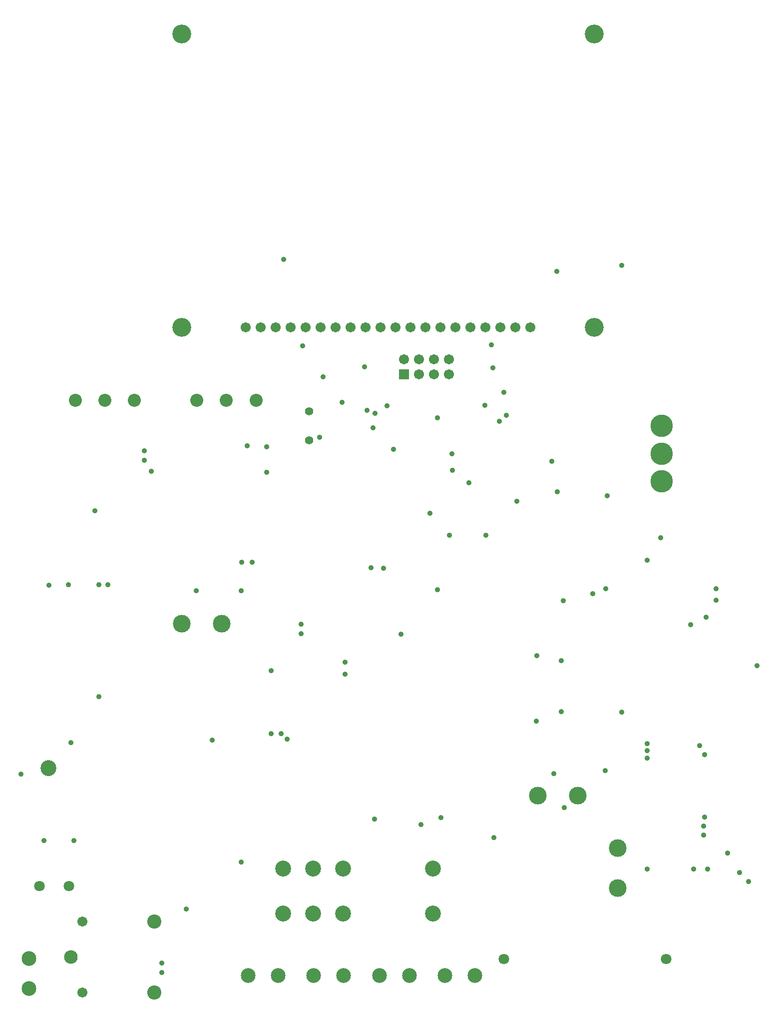
<source format=gbs>
G04 Layer_Color=16711935*
%FSLAX43Y43*%
%MOMM*%
G71*
G01*
G75*
%ADD109C,2.503*%
%ADD110C,2.703*%
%ADD111C,1.703*%
%ADD112R,1.703X1.703*%
%ADD113C,1.403*%
%ADD114C,3.003*%
%ADD115C,2.403*%
%ADD116C,2.303*%
%ADD117C,1.803*%
%ADD118C,3.203*%
%ADD119C,2.203*%
%ADD120C,3.803*%
%ADD121C,0.903*%
D109*
X30200Y72200D02*
D03*
Y77280D02*
D03*
X72500Y74400D02*
D03*
X67420D02*
D03*
X83600D02*
D03*
X78520D02*
D03*
X94700D02*
D03*
X89620D02*
D03*
X105800D02*
D03*
X100720D02*
D03*
D110*
X33500Y109500D02*
D03*
X98740Y84900D02*
D03*
Y92500D02*
D03*
X83500Y84900D02*
D03*
Y92500D02*
D03*
X78420Y84900D02*
D03*
Y92500D02*
D03*
X73340Y84900D02*
D03*
Y92500D02*
D03*
D111*
X101420Y178740D02*
D03*
Y176200D02*
D03*
X98880Y178740D02*
D03*
Y176200D02*
D03*
X96340Y178740D02*
D03*
Y176200D02*
D03*
X93800Y178740D02*
D03*
X39300Y83500D02*
D03*
Y71500D02*
D03*
X66970Y184200D02*
D03*
X69510D02*
D03*
X72050D02*
D03*
X74590D02*
D03*
X77130D02*
D03*
X79670D02*
D03*
X82210D02*
D03*
X84750D02*
D03*
X87290D02*
D03*
X89830D02*
D03*
X94910D02*
D03*
X97450D02*
D03*
X99990D02*
D03*
X102530D02*
D03*
X105070D02*
D03*
X107610D02*
D03*
X110150D02*
D03*
X112690D02*
D03*
X115230D02*
D03*
X92370D02*
D03*
D112*
X93800Y176200D02*
D03*
D113*
X77700Y169940D02*
D03*
Y165060D02*
D03*
D114*
X130000Y96000D02*
D03*
Y89200D02*
D03*
X62900Y134000D02*
D03*
X56100D02*
D03*
X123300Y104900D02*
D03*
X116500D02*
D03*
D115*
X51500Y71500D02*
D03*
Y83500D02*
D03*
D116*
X37300Y77500D02*
D03*
D117*
X110750Y77200D02*
D03*
X138250D02*
D03*
X37000Y89500D02*
D03*
X32000D02*
D03*
D118*
X126100Y184200D02*
D03*
X56100D02*
D03*
Y233900D02*
D03*
X126100D02*
D03*
D119*
X48100Y171800D02*
D03*
X43100D02*
D03*
X38100D02*
D03*
X68700D02*
D03*
X63700D02*
D03*
X58700D02*
D03*
D120*
X137500Y158100D02*
D03*
Y162800D02*
D03*
Y167500D02*
D03*
D121*
X130683Y118999D02*
D03*
X73406Y195732D02*
D03*
X88544Y167183D02*
D03*
X88189Y143434D02*
D03*
X99441Y139751D02*
D03*
X99466Y168834D02*
D03*
X148700Y95100D02*
D03*
X118900Y161496D02*
D03*
X70485Y159639D02*
D03*
X127889Y109093D02*
D03*
X66243Y93624D02*
D03*
X52730Y76505D02*
D03*
X52705Y74930D02*
D03*
X102000Y160000D02*
D03*
X108600Y181200D02*
D03*
X76600Y181100D02*
D03*
X108900Y177300D02*
D03*
X104800Y157900D02*
D03*
X119800Y156300D02*
D03*
X49800Y161700D02*
D03*
Y163300D02*
D03*
X67200Y164100D02*
D03*
X70500Y164000D02*
D03*
X37800Y97200D02*
D03*
X71300Y115400D02*
D03*
Y126000D02*
D03*
X116200Y117500D02*
D03*
X116300Y128600D02*
D03*
X146700Y138000D02*
D03*
Y139900D02*
D03*
X90300Y143400D02*
D03*
X68100Y144400D02*
D03*
X66300D02*
D03*
X32800Y97200D02*
D03*
X107700Y149000D02*
D03*
X101500D02*
D03*
X87500Y170100D02*
D03*
X93300Y132200D02*
D03*
X120800Y137900D02*
D03*
X83300Y171500D02*
D03*
X145000Y135100D02*
D03*
X33600Y140500D02*
D03*
X36900Y140600D02*
D03*
X42100D02*
D03*
X43600D02*
D03*
X58600Y139600D02*
D03*
X66200D02*
D03*
X76400Y133900D02*
D03*
Y132300D02*
D03*
X152200Y90300D02*
D03*
X150700Y91800D02*
D03*
X41400Y153100D02*
D03*
X51000Y159800D02*
D03*
X80100Y175800D02*
D03*
X79500Y165600D02*
D03*
X87100Y177500D02*
D03*
X92000Y163500D02*
D03*
X98200Y152700D02*
D03*
X101900Y162800D02*
D03*
X128000Y139900D02*
D03*
X119200Y108600D02*
D03*
X135077Y111201D02*
D03*
X142900Y92400D02*
D03*
X145300D02*
D03*
X74000Y114400D02*
D03*
X73000Y115400D02*
D03*
X61300Y114300D02*
D03*
X37300Y113800D02*
D03*
X42100Y121600D02*
D03*
X28900Y108500D02*
D03*
X56900Y85600D02*
D03*
X144600Y98200D02*
D03*
X144800Y101200D02*
D03*
X144600Y99700D02*
D03*
X130700Y194700D02*
D03*
X119700Y193700D02*
D03*
X88800Y100900D02*
D03*
X83800Y127500D02*
D03*
Y125400D02*
D03*
X120500Y127700D02*
D03*
Y119100D02*
D03*
X125800Y139100D02*
D03*
X88900Y169600D02*
D03*
X90900Y170900D02*
D03*
X110000Y168300D02*
D03*
X111200Y169300D02*
D03*
X110700Y173200D02*
D03*
X107500Y171000D02*
D03*
X135000Y92400D02*
D03*
X142392Y133858D02*
D03*
X96672Y99949D02*
D03*
X100070Y101168D02*
D03*
X109042Y97765D02*
D03*
X121006Y102794D02*
D03*
X135052Y113690D02*
D03*
X135065Y112471D02*
D03*
X144805Y111836D02*
D03*
X143963Y113288D02*
D03*
X128270Y155677D02*
D03*
X112928Y154737D02*
D03*
X135001Y144780D02*
D03*
X137363Y148539D02*
D03*
X153620Y126848D02*
D03*
M02*

</source>
